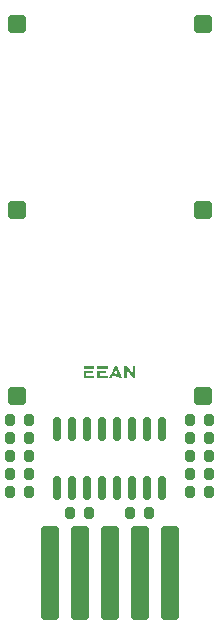
<source format=gbr>
%TF.GenerationSoftware,KiCad,Pcbnew,8.0.6*%
%TF.CreationDate,2025-01-11T11:08:49-05:00*%
%TF.ProjectId,RetroLite,52657472-6f4c-4697-9465-2e6b69636164,rev?*%
%TF.SameCoordinates,Original*%
%TF.FileFunction,Soldermask,Top*%
%TF.FilePolarity,Negative*%
%FSLAX46Y46*%
G04 Gerber Fmt 4.6, Leading zero omitted, Abs format (unit mm)*
G04 Created by KiCad (PCBNEW 8.0.6) date 2025-01-11 11:08:49*
%MOMM*%
%LPD*%
G01*
G04 APERTURE LIST*
G04 Aperture macros list*
%AMRoundRect*
0 Rectangle with rounded corners*
0 $1 Rounding radius*
0 $2 $3 $4 $5 $6 $7 $8 $9 X,Y pos of 4 corners*
0 Add a 4 corners polygon primitive as box body*
4,1,4,$2,$3,$4,$5,$6,$7,$8,$9,$2,$3,0*
0 Add four circle primitives for the rounded corners*
1,1,$1+$1,$2,$3*
1,1,$1+$1,$4,$5*
1,1,$1+$1,$6,$7*
1,1,$1+$1,$8,$9*
0 Add four rect primitives between the rounded corners*
20,1,$1+$1,$2,$3,$4,$5,0*
20,1,$1+$1,$4,$5,$6,$7,0*
20,1,$1+$1,$6,$7,$8,$9,0*
20,1,$1+$1,$8,$9,$2,$3,0*%
G04 Aperture macros list end*
%ADD10C,0.250000*%
%ADD11RoundRect,0.400000X-0.400000X-3.600000X0.400000X-3.600000X0.400000X3.600000X-0.400000X3.600000X0*%
%ADD12RoundRect,0.250000X-0.512000X-0.512000X0.512000X-0.512000X0.512000X0.512000X-0.512000X0.512000X0*%
%ADD13RoundRect,0.200000X-0.200000X-0.275000X0.200000X-0.275000X0.200000X0.275000X-0.200000X0.275000X0*%
%ADD14RoundRect,0.150000X-0.150000X0.825000X-0.150000X-0.825000X0.150000X-0.825000X0.150000X0.825000X0*%
%ADD15RoundRect,0.200000X0.200000X0.275000X-0.200000X0.275000X-0.200000X-0.275000X0.200000X-0.275000X0*%
G04 APERTURE END LIST*
D10*
G36*
X106459352Y-69665853D02*
G01*
X106459352Y-69861980D01*
X107341313Y-69861980D01*
X107341313Y-69665853D01*
X106459352Y-69665853D01*
G37*
G36*
X106655724Y-70253745D02*
G01*
X107243616Y-70253745D01*
X107243616Y-70058351D01*
X106459352Y-70058351D01*
X106459352Y-70646000D01*
X107341313Y-70646000D01*
X107341313Y-70449872D01*
X106655724Y-70449872D01*
X106655724Y-70253745D01*
G37*
G36*
X107579938Y-69665853D02*
G01*
X107579938Y-69861980D01*
X108461899Y-69861980D01*
X108461899Y-69665853D01*
X107579938Y-69665853D01*
G37*
G36*
X107776310Y-70253745D02*
G01*
X108364202Y-70253745D01*
X108364202Y-70058351D01*
X107579938Y-70058351D01*
X107579938Y-70646000D01*
X108461899Y-70646000D01*
X108461899Y-70449872D01*
X107776310Y-70449872D01*
X107776310Y-70253745D01*
G37*
G36*
X109710225Y-70646000D02*
G01*
X109533881Y-70646000D01*
X108935730Y-70416411D01*
X108818250Y-70646000D01*
X108597943Y-70646000D01*
X108805440Y-70240801D01*
X109026100Y-70240801D01*
X109351432Y-70365853D01*
X109158480Y-69980926D01*
X109026100Y-70240801D01*
X108805440Y-70240801D01*
X109099862Y-69665853D01*
X109220029Y-69665853D01*
X109710225Y-70646000D01*
G37*
G36*
X110077077Y-69976286D02*
G01*
X110616366Y-70646000D01*
X110812493Y-70646000D01*
X110812493Y-69665853D01*
X110616366Y-69665853D01*
X110616366Y-70335078D01*
X110077077Y-69665853D01*
X109880706Y-69665853D01*
X109880706Y-70646000D01*
X110077077Y-70646000D01*
X110077077Y-69976286D01*
G37*
D11*
%TO.C,J1*%
X103555800Y-87122000D03*
X106095800Y-87122000D03*
X108635800Y-87122000D03*
X111175800Y-87122000D03*
X113715800Y-87122000D03*
%TD*%
D12*
%TO.C,TP4*%
X116509800Y-72136000D03*
%TD*%
D13*
%TO.C,R9*%
X115430800Y-77216000D03*
X117080800Y-77216000D03*
%TD*%
%TO.C,R2*%
X100190800Y-78740000D03*
X101840800Y-78740000D03*
%TD*%
D12*
%TO.C,TP11*%
X100761800Y-56388000D03*
%TD*%
%TO.C,TP9*%
X100761800Y-72136000D03*
%TD*%
D13*
%TO.C,R6*%
X115430800Y-80264000D03*
X117080800Y-80264000D03*
%TD*%
D14*
%TO.C,U1*%
X113080800Y-74995000D03*
X111810800Y-74995000D03*
X110540800Y-74995000D03*
X109270800Y-74995000D03*
X108000800Y-74995000D03*
X106730800Y-74995000D03*
X105460800Y-74995000D03*
X104190800Y-74995000D03*
X104190800Y-79945000D03*
X105460800Y-79945000D03*
X106730800Y-79945000D03*
X108000800Y-79945000D03*
X109270800Y-79945000D03*
X110540800Y-79945000D03*
X111810800Y-79945000D03*
X113080800Y-79945000D03*
%TD*%
D12*
%TO.C,TP13*%
X100761800Y-40640000D03*
%TD*%
D15*
%TO.C,R11*%
X101840800Y-74168000D03*
X100190800Y-74168000D03*
%TD*%
D12*
%TO.C,TP3*%
X116509800Y-40640000D03*
%TD*%
D15*
%TO.C,R4*%
X112000800Y-82042000D03*
X110350800Y-82042000D03*
%TD*%
D13*
%TO.C,R3*%
X100190800Y-77216000D03*
X101840800Y-77216000D03*
%TD*%
%TO.C,R1*%
X100190800Y-80264000D03*
X101840800Y-80264000D03*
%TD*%
%TO.C,R12*%
X115430800Y-78740000D03*
X117080800Y-78740000D03*
%TD*%
D12*
%TO.C,TP12*%
X116509800Y-56388000D03*
%TD*%
D13*
%TO.C,R7*%
X115430800Y-74168000D03*
X117080800Y-74168000D03*
%TD*%
%TO.C,R5*%
X105270800Y-82042000D03*
X106920800Y-82042000D03*
%TD*%
%TO.C,R8*%
X115430800Y-75692000D03*
X117080800Y-75692000D03*
%TD*%
D15*
%TO.C,R10*%
X101840800Y-75692000D03*
X100190800Y-75692000D03*
%TD*%
M02*

</source>
